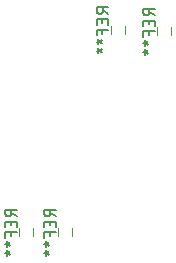
<source format=gbr>
G04 #@! TF.FileFunction,Legend,Bot*
%FSLAX46Y46*%
G04 Gerber Fmt 4.6, Leading zero omitted, Abs format (unit mm)*
G04 Created by KiCad (PCBNEW 4.0.6) date 05/23/18 19:53:49*
%MOMM*%
%LPD*%
G01*
G04 APERTURE LIST*
%ADD10C,0.100000*%
%ADD11C,0.120000*%
%ADD12C,0.150000*%
G04 APERTURE END LIST*
D10*
D11*
X15656000Y21686000D02*
X15656000Y20986000D01*
X16856000Y20986000D02*
X16856000Y21686000D01*
X11719000Y21813000D02*
X11719000Y21113000D01*
X12919000Y21113000D02*
X12919000Y21813000D01*
X7274000Y4668000D02*
X7274000Y3968000D01*
X8474000Y3968000D02*
X8474000Y4668000D01*
X3972000Y4668000D02*
X3972000Y3968000D01*
X5172000Y3968000D02*
X5172000Y4668000D01*
D12*
X15458381Y22669333D02*
X14982190Y23002667D01*
X15458381Y23240762D02*
X14458381Y23240762D01*
X14458381Y22859809D01*
X14506000Y22764571D01*
X14553619Y22716952D01*
X14648857Y22669333D01*
X14791714Y22669333D01*
X14886952Y22716952D01*
X14934571Y22764571D01*
X14982190Y22859809D01*
X14982190Y23240762D01*
X14934571Y22240762D02*
X14934571Y21907428D01*
X15458381Y21764571D02*
X15458381Y22240762D01*
X14458381Y22240762D01*
X14458381Y21764571D01*
X14934571Y21002666D02*
X14934571Y21336000D01*
X15458381Y21336000D02*
X14458381Y21336000D01*
X14458381Y20859809D01*
X14458381Y20336000D02*
X14696476Y20336000D01*
X14601238Y20574095D02*
X14696476Y20336000D01*
X14601238Y20097904D01*
X14886952Y20478857D02*
X14696476Y20336000D01*
X14886952Y20193142D01*
X14458381Y19574095D02*
X14696476Y19574095D01*
X14601238Y19812190D02*
X14696476Y19574095D01*
X14601238Y19335999D01*
X14886952Y19716952D02*
X14696476Y19574095D01*
X14886952Y19431237D01*
X11521381Y22796333D02*
X11045190Y23129667D01*
X11521381Y23367762D02*
X10521381Y23367762D01*
X10521381Y22986809D01*
X10569000Y22891571D01*
X10616619Y22843952D01*
X10711857Y22796333D01*
X10854714Y22796333D01*
X10949952Y22843952D01*
X10997571Y22891571D01*
X11045190Y22986809D01*
X11045190Y23367762D01*
X10997571Y22367762D02*
X10997571Y22034428D01*
X11521381Y21891571D02*
X11521381Y22367762D01*
X10521381Y22367762D01*
X10521381Y21891571D01*
X10997571Y21129666D02*
X10997571Y21463000D01*
X11521381Y21463000D02*
X10521381Y21463000D01*
X10521381Y20986809D01*
X10521381Y20463000D02*
X10759476Y20463000D01*
X10664238Y20701095D02*
X10759476Y20463000D01*
X10664238Y20224904D01*
X10949952Y20605857D02*
X10759476Y20463000D01*
X10949952Y20320142D01*
X10521381Y19701095D02*
X10759476Y19701095D01*
X10664238Y19939190D02*
X10759476Y19701095D01*
X10664238Y19462999D01*
X10949952Y19843952D02*
X10759476Y19701095D01*
X10949952Y19558237D01*
X7076381Y5651333D02*
X6600190Y5984667D01*
X7076381Y6222762D02*
X6076381Y6222762D01*
X6076381Y5841809D01*
X6124000Y5746571D01*
X6171619Y5698952D01*
X6266857Y5651333D01*
X6409714Y5651333D01*
X6504952Y5698952D01*
X6552571Y5746571D01*
X6600190Y5841809D01*
X6600190Y6222762D01*
X6552571Y5222762D02*
X6552571Y4889428D01*
X7076381Y4746571D02*
X7076381Y5222762D01*
X6076381Y5222762D01*
X6076381Y4746571D01*
X6552571Y3984666D02*
X6552571Y4318000D01*
X7076381Y4318000D02*
X6076381Y4318000D01*
X6076381Y3841809D01*
X6076381Y3318000D02*
X6314476Y3318000D01*
X6219238Y3556095D02*
X6314476Y3318000D01*
X6219238Y3079904D01*
X6504952Y3460857D02*
X6314476Y3318000D01*
X6504952Y3175142D01*
X6076381Y2556095D02*
X6314476Y2556095D01*
X6219238Y2794190D02*
X6314476Y2556095D01*
X6219238Y2317999D01*
X6504952Y2698952D02*
X6314476Y2556095D01*
X6504952Y2413237D01*
X3774381Y5651333D02*
X3298190Y5984667D01*
X3774381Y6222762D02*
X2774381Y6222762D01*
X2774381Y5841809D01*
X2822000Y5746571D01*
X2869619Y5698952D01*
X2964857Y5651333D01*
X3107714Y5651333D01*
X3202952Y5698952D01*
X3250571Y5746571D01*
X3298190Y5841809D01*
X3298190Y6222762D01*
X3250571Y5222762D02*
X3250571Y4889428D01*
X3774381Y4746571D02*
X3774381Y5222762D01*
X2774381Y5222762D01*
X2774381Y4746571D01*
X3250571Y3984666D02*
X3250571Y4318000D01*
X3774381Y4318000D02*
X2774381Y4318000D01*
X2774381Y3841809D01*
X2774381Y3318000D02*
X3012476Y3318000D01*
X2917238Y3556095D02*
X3012476Y3318000D01*
X2917238Y3079904D01*
X3202952Y3460857D02*
X3012476Y3318000D01*
X3202952Y3175142D01*
X2774381Y2556095D02*
X3012476Y2556095D01*
X2917238Y2794190D02*
X3012476Y2556095D01*
X2917238Y2317999D01*
X3202952Y2698952D02*
X3012476Y2556095D01*
X3202952Y2413237D01*
M02*

</source>
